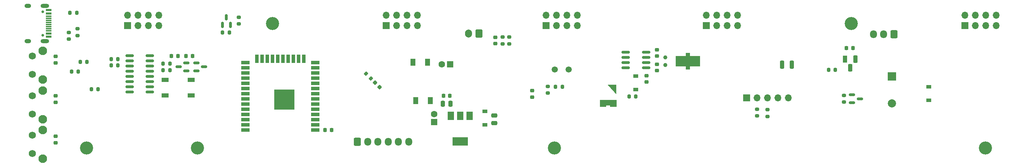
<source format=gbr>
%TF.GenerationSoftware,KiCad,Pcbnew,(6.0.4)*%
%TF.CreationDate,2022-07-12T22:37:10+02:00*%
%TF.ProjectId,Time-O-Mat_MoBo_H02,54696d65-2d4f-42d4-9d61-745f4d6f426f,rev?*%
%TF.SameCoordinates,Original*%
%TF.FileFunction,Soldermask,Top*%
%TF.FilePolarity,Negative*%
%FSLAX46Y46*%
G04 Gerber Fmt 4.6, Leading zero omitted, Abs format (unit mm)*
G04 Created by KiCad (PCBNEW (6.0.4)) date 2022-07-12 22:37:10*
%MOMM*%
%LPD*%
G01*
G04 APERTURE LIST*
G04 Aperture macros list*
%AMRoundRect*
0 Rectangle with rounded corners*
0 $1 Rounding radius*
0 $2 $3 $4 $5 $6 $7 $8 $9 X,Y pos of 4 corners*
0 Add a 4 corners polygon primitive as box body*
4,1,4,$2,$3,$4,$5,$6,$7,$8,$9,$2,$3,0*
0 Add four circle primitives for the rounded corners*
1,1,$1+$1,$2,$3*
1,1,$1+$1,$4,$5*
1,1,$1+$1,$6,$7*
1,1,$1+$1,$8,$9*
0 Add four rect primitives between the rounded corners*
20,1,$1+$1,$2,$3,$4,$5,0*
20,1,$1+$1,$4,$5,$6,$7,0*
20,1,$1+$1,$6,$7,$8,$9,0*
20,1,$1+$1,$8,$9,$2,$3,0*%
%AMFreePoly0*
4,1,30,-0.988102,1.697465,-0.977640,1.696721,-0.971482,1.689621,-0.962979,1.685608,1.036021,-0.516393,1.042104,-0.533353,1.049000,-0.550000,1.048505,-0.551196,1.048941,-0.552413,1.041250,-0.568709,1.034355,-0.585355,1.033161,-0.585850,1.032608,-0.587021,1.015643,-0.593106,0.999000,-0.600000,-0.999000,-0.600000,-1.034355,-0.585355,-1.049000,-0.550000,-1.049000,1.649000,-1.048464,1.650295,
-1.049941,1.654413,-1.045465,1.663898,-1.044721,1.674360,-1.037621,1.680518,-1.033608,1.689021,-1.023733,1.692563,-1.015811,1.699434,-1.006435,1.698768,-0.997587,1.701941,-0.988102,1.697465,-0.988102,1.697465,$1*%
%AMFreePoly1*
4,1,21,-0.467645,0.985355,-0.453000,0.950000,-0.453000,0.664000,0.480000,0.664000,0.480000,0.946000,0.494645,0.981355,0.530000,0.996000,1.969000,0.996000,2.004355,0.981355,2.019000,0.946000,2.019000,-0.614000,2.004355,-0.649355,1.969000,-0.664000,-1.969000,-0.664000,-2.004355,-0.649355,-2.019000,-0.614000,-2.019000,0.950000,-2.004355,0.985355,-1.969000,1.000000,-0.503000,1.000000,
-0.467645,0.985355,-0.467645,0.985355,$1*%
G04 Aperture macros list end*
%ADD10RoundRect,0.225000X-0.225000X-0.250000X0.225000X-0.250000X0.225000X0.250000X-0.225000X0.250000X0*%
%ADD11RoundRect,0.250000X0.475000X-0.250000X0.475000X0.250000X-0.475000X0.250000X-0.475000X-0.250000X0*%
%ADD12RoundRect,0.200000X0.200000X0.275000X-0.200000X0.275000X-0.200000X-0.275000X0.200000X-0.275000X0*%
%ADD13C,2.100000*%
%ADD14C,1.750000*%
%ADD15R,1.300000X1.700000*%
%ADD16RoundRect,0.250000X-0.250000X-0.750000X0.250000X-0.750000X0.250000X0.750000X-0.250000X0.750000X0*%
%ADD17RoundRect,0.200000X0.275000X-0.200000X0.275000X0.200000X-0.275000X0.200000X-0.275000X-0.200000X0*%
%ADD18RoundRect,0.200000X-0.200000X-0.275000X0.200000X-0.275000X0.200000X0.275000X-0.200000X0.275000X0*%
%ADD19C,0.650000*%
%ADD20R,1.450000X0.600000*%
%ADD21R,1.450000X0.300000*%
%ADD22O,2.100000X1.000000*%
%ADD23O,1.600000X1.000000*%
%ADD24RoundRect,0.150000X-0.825000X-0.150000X0.825000X-0.150000X0.825000X0.150000X-0.825000X0.150000X0*%
%ADD25FreePoly0,180.000000*%
%ADD26FreePoly1,180.000000*%
%ADD27RoundRect,0.225000X0.335876X0.017678X0.017678X0.335876X-0.335876X-0.017678X-0.017678X-0.335876X0*%
%ADD28R,1.200000X0.900000*%
%ADD29RoundRect,0.200000X-0.275000X0.200000X-0.275000X-0.200000X0.275000X-0.200000X0.275000X0.200000X0*%
%ADD30RoundRect,0.250000X-0.600000X-0.725000X0.600000X-0.725000X0.600000X0.725000X-0.600000X0.725000X0*%
%ADD31O,1.700000X1.950000*%
%ADD32RoundRect,0.150000X0.150000X-0.587500X0.150000X0.587500X-0.150000X0.587500X-0.150000X-0.587500X0*%
%ADD33R,1.700000X1.700000*%
%ADD34O,1.700000X1.700000*%
%ADD35RoundRect,0.150000X-0.587500X-0.150000X0.587500X-0.150000X0.587500X0.150000X-0.587500X0.150000X0*%
%ADD36RoundRect,0.225000X-0.250000X0.225000X-0.250000X-0.225000X0.250000X-0.225000X0.250000X0.225000X0*%
%ADD37C,3.200000*%
%ADD38C,1.000000*%
%ADD39R,1.000000X1.000000*%
%ADD40R,6.000000X2.500000*%
%ADD41RoundRect,0.225000X0.250000X-0.225000X0.250000X0.225000X-0.250000X0.225000X-0.250000X-0.225000X0*%
%ADD42RoundRect,0.200000X-0.335876X-0.053033X-0.053033X-0.335876X0.335876X0.053033X0.053033X0.335876X0*%
%ADD43R,1.600000X1.600000*%
%ADD44C,1.600000*%
%ADD45RoundRect,0.150000X0.825000X0.150000X-0.825000X0.150000X-0.825000X-0.150000X0.825000X-0.150000X0*%
%ADD46RoundRect,0.225000X0.225000X0.250000X-0.225000X0.250000X-0.225000X-0.250000X0.225000X-0.250000X0*%
%ADD47RoundRect,0.250000X0.600000X0.725000X-0.600000X0.725000X-0.600000X-0.725000X0.600000X-0.725000X0*%
%ADD48R,1.700000X1.000000*%
%ADD49R,2.000000X2.000000*%
%ADD50C,2.000000*%
%ADD51RoundRect,0.150000X0.587500X0.150000X-0.587500X0.150000X-0.587500X-0.150000X0.587500X-0.150000X0*%
%ADD52R,2.000000X0.900000*%
%ADD53R,0.900000X2.000000*%
%ADD54R,5.000000X5.000000*%
%ADD55R,1.500000X2.000000*%
%ADD56R,3.800000X2.000000*%
%ADD57RoundRect,0.250000X0.250000X0.475000X-0.250000X0.475000X-0.250000X-0.475000X0.250000X-0.475000X0*%
%ADD58C,1.500000*%
%ADD59RoundRect,0.250000X0.600000X0.750000X-0.600000X0.750000X-0.600000X-0.750000X0.600000X-0.750000X0*%
%ADD60O,1.700000X2.000000*%
%ADD61R,1.100000X1.800000*%
%ADD62RoundRect,0.275000X-0.275000X-0.625000X0.275000X-0.625000X0.275000X0.625000X-0.275000X0.625000X0*%
G04 APERTURE END LIST*
D10*
%TO.C,C13*%
X40272500Y-13500000D03*
X41822500Y-13500000D03*
%TD*%
D11*
%TO.C,C2*%
X115316000Y-29906000D03*
X115316000Y-28006000D03*
%TD*%
D12*
%TO.C,R11*%
X36321000Y-15367000D03*
X34671000Y-15367000D03*
%TD*%
D13*
%TO.C,SW3*%
X5352500Y-38625000D03*
X5352500Y-31615000D03*
D14*
X2862500Y-37375000D03*
X2862500Y-32875000D03*
%TD*%
D15*
%TO.C,D4*%
X99050000Y-15000000D03*
X95550000Y-15000000D03*
%TD*%
D16*
%TO.C,TP+5V1*%
X187800000Y-15600000D03*
%TD*%
D17*
%TO.C,R18*%
X179324000Y-28130000D03*
X179324000Y-26480000D03*
%TD*%
D18*
%TO.C,R15*%
X130275000Y-21000000D03*
X131925000Y-21000000D03*
%TD*%
D19*
%TO.C,J7*%
X5340000Y-2610000D03*
X5340000Y-8390000D03*
D20*
X6785000Y-2250000D03*
X6785000Y-3050000D03*
D21*
X6785000Y-4250000D03*
X6785000Y-5250000D03*
X6785000Y-5750000D03*
X6785000Y-6750000D03*
D20*
X6785000Y-7950000D03*
X6785000Y-8750000D03*
X6785000Y-8750000D03*
X6785000Y-7950000D03*
D21*
X6785000Y-7250000D03*
X6785000Y-6250000D03*
X6785000Y-4750000D03*
X6785000Y-3750000D03*
D20*
X6785000Y-3050000D03*
X6785000Y-2250000D03*
D22*
X5870000Y-1180000D03*
D23*
X1690000Y-9820000D03*
D22*
X5870000Y-9820000D03*
D23*
X1690000Y-1180000D03*
%TD*%
D13*
%TO.C,SW1*%
X5352500Y-12215000D03*
X5352500Y-19225000D03*
D14*
X2862500Y-17975000D03*
X2862500Y-13475000D03*
%TD*%
D24*
%TO.C,U5*%
X26525000Y-13355000D03*
X26525000Y-14625000D03*
X26525000Y-15895000D03*
X26525000Y-17165000D03*
X26525000Y-18435000D03*
X26525000Y-19705000D03*
X26525000Y-20975000D03*
X26525000Y-22245000D03*
X31475000Y-22245000D03*
X31475000Y-20975000D03*
X31475000Y-19705000D03*
X31475000Y-18435000D03*
X31475000Y-17165000D03*
X31475000Y-15895000D03*
X31475000Y-14625000D03*
X31475000Y-13355000D03*
%TD*%
D25*
%TO.C,C10*%
X144054000Y-21131000D03*
D26*
X143146000Y-24869000D03*
%TD*%
D27*
%TO.C,C3*%
X87416008Y-21122008D03*
X86319992Y-20025992D03*
%TD*%
D28*
%TO.C,D1*%
X221221000Y-21017000D03*
X221221000Y-24317000D03*
%TD*%
D29*
%TO.C,R13*%
X118999000Y-8827000D03*
X118999000Y-10477000D03*
%TD*%
D18*
%TO.C,R24*%
X12383000Y-17272000D03*
X14033000Y-17272000D03*
%TD*%
D30*
%TO.C,J6*%
X82000000Y-34500000D03*
D31*
X84500000Y-34500000D03*
X87000000Y-34500000D03*
X89500000Y-34500000D03*
X92000000Y-34500000D03*
X94500000Y-34500000D03*
%TD*%
D32*
%TO.C,Q4*%
X49150000Y-5837500D03*
X51050000Y-5837500D03*
X50100000Y-3962500D03*
%TD*%
D18*
%TO.C,R9*%
X22035000Y-15748000D03*
X23685000Y-15748000D03*
%TD*%
D17*
%TO.C,R7*%
X11684000Y-9334000D03*
X11684000Y-7684000D03*
%TD*%
D33*
%TO.C,J4*%
X167000000Y-6000000D03*
D34*
X167000000Y-3460000D03*
X169540000Y-6000000D03*
X169540000Y-3460000D03*
X172080000Y-6000000D03*
X172080000Y-3460000D03*
X174620000Y-6000000D03*
X174620000Y-3460000D03*
%TD*%
D35*
%TO.C,Q3*%
X42750500Y-15179000D03*
X42750500Y-17079000D03*
X44625500Y-16129000D03*
%TD*%
D36*
%TO.C,C18*%
X152400000Y-18275000D03*
X152400000Y-19825000D03*
%TD*%
D18*
%TO.C,R8*%
X22035000Y-14224000D03*
X23685000Y-14224000D03*
%TD*%
D37*
%TO.C,H6*%
X235000000Y-36000000D03*
%TD*%
D29*
%TO.C,R6*%
X13843000Y-6795000D03*
X13843000Y-8445000D03*
%TD*%
%TO.C,R22*%
X128397000Y-20892000D03*
X128397000Y-22542000D03*
%TD*%
D18*
%TO.C,R4*%
X11975000Y-2900000D03*
X13625000Y-2900000D03*
%TD*%
D29*
%TO.C,R17*%
X53100000Y-3975000D03*
X53100000Y-5625000D03*
%TD*%
%TO.C,R21*%
X117348000Y-8827000D03*
X117348000Y-10477000D03*
%TD*%
D15*
%TO.C,D3*%
X96250000Y-24400000D03*
X99750000Y-24400000D03*
%TD*%
D38*
%TO.C,Y1*%
X157036000Y-15682000D03*
X157036000Y-13782000D03*
D39*
X162536000Y-16232000D03*
X162536000Y-13232000D03*
D40*
X162536000Y-14732000D03*
%TD*%
D41*
%TO.C,C6*%
X8509000Y-34684000D03*
X8509000Y-33134000D03*
%TD*%
D33*
%TO.C,J3*%
X128000000Y-6000000D03*
D34*
X128000000Y-3460000D03*
X130540000Y-6000000D03*
X130540000Y-3460000D03*
X133080000Y-6000000D03*
X133080000Y-3460000D03*
X135620000Y-6000000D03*
X135620000Y-3460000D03*
%TD*%
D41*
%TO.C,C5*%
X8509000Y-24778000D03*
X8509000Y-23228000D03*
%TD*%
D29*
%TO.C,R1*%
X200520000Y-23112000D03*
X200520000Y-24762000D03*
%TD*%
D12*
%TO.C,R20*%
X149825000Y-23400000D03*
X148175000Y-23400000D03*
%TD*%
D28*
%TO.C,D2*%
X113030000Y-30352000D03*
X113030000Y-27052000D03*
%TD*%
D42*
%TO.C,R2*%
X84124800Y-17780000D03*
X85291526Y-18946726D03*
%TD*%
D43*
%TO.C,C19*%
X100711000Y-29657113D03*
D44*
X100711000Y-27657113D03*
%TD*%
D43*
%TO.C,C11*%
X104587113Y-15494000D03*
D44*
X102587113Y-15494000D03*
%TD*%
D45*
%TO.C,U3*%
X152335000Y-16383000D03*
X152335000Y-15113000D03*
X152335000Y-13843000D03*
X152335000Y-12573000D03*
X147385000Y-12573000D03*
X147385000Y-13843000D03*
X147385000Y-15113000D03*
X147385000Y-16383000D03*
%TD*%
D37*
%TO.C,H5*%
X130000000Y-36000000D03*
%TD*%
D46*
%TO.C,C7*%
X202705000Y-11557000D03*
X201155000Y-11557000D03*
%TD*%
D47*
%TO.C,J8*%
X212700000Y-8140000D03*
D31*
X210200000Y-8140000D03*
X207700000Y-8140000D03*
%TD*%
D35*
%TO.C,Q1*%
X202503500Y-22987000D03*
X202503500Y-24887000D03*
X204378500Y-23937000D03*
%TD*%
D18*
%TO.C,R5*%
X14475000Y-14900000D03*
X16125000Y-14900000D03*
%TD*%
%TO.C,R3*%
X196774000Y-16825000D03*
X198424000Y-16825000D03*
%TD*%
D33*
%TO.C,J2*%
X89000000Y-6000000D03*
D34*
X89000000Y-3460000D03*
X91540000Y-6000000D03*
X91540000Y-3460000D03*
X94080000Y-6000000D03*
X94080000Y-3460000D03*
X96620000Y-6000000D03*
X96620000Y-3460000D03*
%TD*%
D37*
%TO.C,H1*%
X43000000Y-36000000D03*
%TD*%
D46*
%TO.C,C16*%
X38275000Y-13500000D03*
X36725000Y-13500000D03*
%TD*%
D41*
%TO.C,C9*%
X154940000Y-13475000D03*
X154940000Y-11925000D03*
%TD*%
D37*
%TO.C,H4*%
X16000000Y-36000000D03*
%TD*%
D48*
%TO.C,RESET1*%
X41504000Y-23109000D03*
X35204000Y-23109000D03*
X35204000Y-19309000D03*
X41504000Y-19309000D03*
%TD*%
D28*
%TO.C,D5*%
X149800000Y-21650000D03*
X149800000Y-18350000D03*
%TD*%
D49*
%TO.C,BZ1*%
X212204000Y-18486000D03*
D50*
X212204000Y-25086000D03*
%TD*%
D46*
%TO.C,C1*%
X75705000Y-31623000D03*
X74155000Y-31623000D03*
%TD*%
D18*
%TO.C,R16*%
X49175000Y-7700000D03*
X50825000Y-7700000D03*
%TD*%
D51*
%TO.C,Q2*%
X40307500Y-17079000D03*
X40307500Y-15179000D03*
X38432500Y-16129000D03*
%TD*%
D36*
%TO.C,C15*%
X115570000Y-8877000D03*
X115570000Y-10427000D03*
%TD*%
D17*
%TO.C,R19*%
X181864000Y-28257000D03*
X181864000Y-26607000D03*
%TD*%
D37*
%TO.C,H2*%
X202300000Y-5500000D03*
%TD*%
D41*
%TO.C,C17*%
X124587000Y-23508000D03*
X124587000Y-21958000D03*
%TD*%
D52*
%TO.C,U1*%
X71746000Y-31623000D03*
X71746000Y-30353000D03*
X71746000Y-29083000D03*
X71746000Y-27813000D03*
X71746000Y-26543000D03*
X71746000Y-25273000D03*
X71746000Y-24003000D03*
X71746000Y-22733000D03*
X71746000Y-21463000D03*
X71746000Y-20193000D03*
X71746000Y-18923000D03*
X71746000Y-17653000D03*
X71746000Y-16383000D03*
X71746000Y-15113000D03*
D53*
X68961000Y-14113000D03*
X67691000Y-14113000D03*
X66421000Y-14113000D03*
X65151000Y-14113000D03*
X63881000Y-14113000D03*
X62611000Y-14113000D03*
X61341000Y-14113000D03*
X60071000Y-14113000D03*
X58801000Y-14113000D03*
X57531000Y-14113000D03*
D52*
X54746000Y-15113000D03*
X54746000Y-16383000D03*
X54746000Y-17653000D03*
X54746000Y-18923000D03*
X54746000Y-20193000D03*
X54746000Y-21463000D03*
X54746000Y-22733000D03*
X54746000Y-24003000D03*
X54746000Y-25273000D03*
X54746000Y-26543000D03*
X54746000Y-27813000D03*
X54746000Y-29083000D03*
X54746000Y-30353000D03*
X54746000Y-31623000D03*
D54*
X64246000Y-24123000D03*
%TD*%
D55*
%TO.C,U4*%
X109361000Y-28092000D03*
X107061000Y-28092000D03*
D56*
X107061000Y-34392000D03*
D55*
X104761000Y-28092000D03*
%TD*%
D33*
%TO.C,J1*%
X26000000Y-6000000D03*
D34*
X26000000Y-3460000D03*
X28540000Y-6000000D03*
X28540000Y-3460000D03*
X31080000Y-6000000D03*
X31080000Y-3460000D03*
X33620000Y-6000000D03*
X33620000Y-3460000D03*
%TD*%
D36*
%TO.C,C8*%
X154940000Y-15494000D03*
X154940000Y-17044000D03*
%TD*%
D57*
%TO.C,C14*%
X104709000Y-25146000D03*
X102809000Y-25146000D03*
%TD*%
D33*
%TO.C,J9*%
X176789000Y-23749000D03*
D34*
X179329000Y-23749000D03*
X181869000Y-23749000D03*
X184409000Y-23749000D03*
X186949000Y-23749000D03*
%TD*%
D33*
%TO.C,J5*%
X230000000Y-6000000D03*
D34*
X230000000Y-3460000D03*
X232540000Y-6000000D03*
X232540000Y-3460000D03*
X235080000Y-6000000D03*
X235080000Y-3460000D03*
X237620000Y-6000000D03*
X237620000Y-3460000D03*
%TD*%
D13*
%TO.C,SW2*%
X5352500Y-21915000D03*
X5352500Y-28925000D03*
D14*
X2862500Y-27675000D03*
X2862500Y-23175000D03*
%TD*%
D41*
%TO.C,C4*%
X8509000Y-15126000D03*
X8509000Y-13576000D03*
%TD*%
D46*
%TO.C,C12*%
X104534000Y-23241000D03*
X102984000Y-23241000D03*
%TD*%
D12*
%TO.C,R10*%
X36321000Y-16967000D03*
X34671000Y-16967000D03*
%TD*%
D18*
%TO.C,R23*%
X17209000Y-21590000D03*
X18859000Y-21590000D03*
%TD*%
D16*
%TO.C,TPGND1*%
X185440000Y-15600000D03*
%TD*%
D58*
%TO.C,R14*%
X133500000Y-16800000D03*
X130100000Y-16800000D03*
%TD*%
D59*
%TO.C,R12*%
X111600000Y-8001000D03*
D60*
X109100000Y-8001000D03*
%TD*%
D37*
%TO.C,H3*%
X61300000Y-5500000D03*
%TD*%
D61*
%TO.C,U2*%
X200787000Y-14254000D03*
D62*
X202057000Y-16324000D03*
X203327000Y-14254000D03*
%TD*%
M02*

</source>
